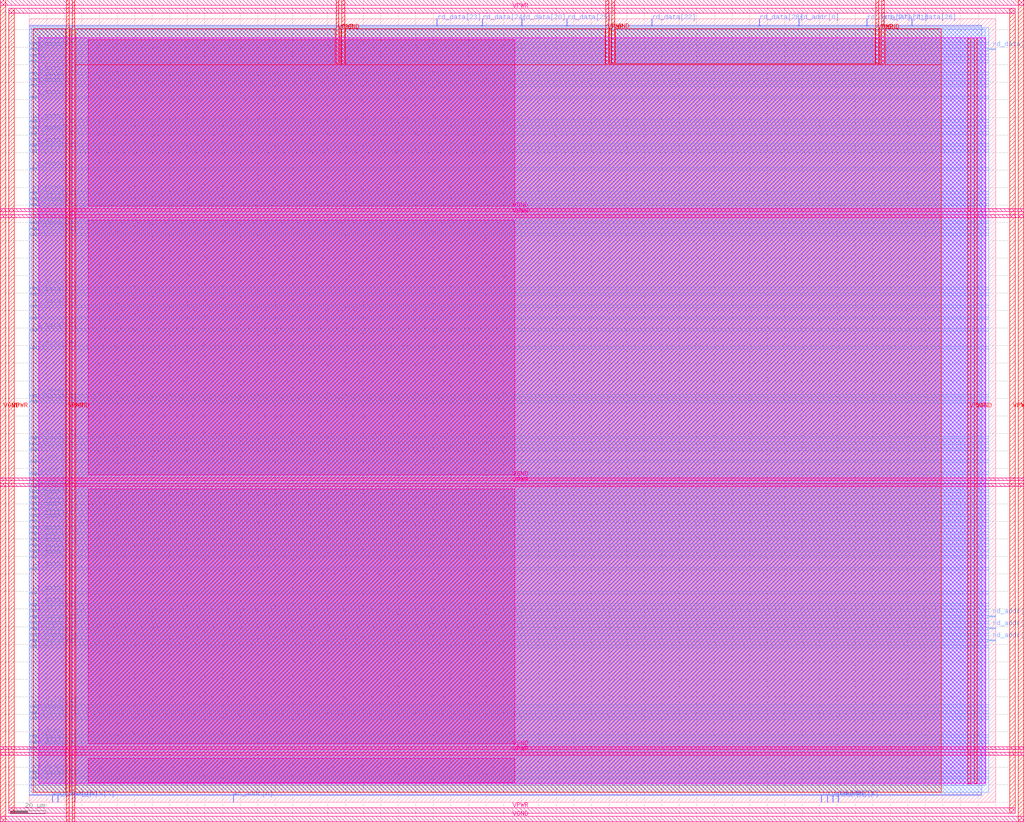
<source format=lef>
VERSION 5.7 ;
  NOWIREEXTENSIONATPIN ON ;
  DIVIDERCHAR "/" ;
  BUSBITCHARS "[]" ;
MACRO BlockRAM_1KB
  CLASS BLOCK ;
  FOREIGN BlockRAM_1KB ;
  ORIGIN 0.000 0.000 ;
  SIZE 550.000 BY 446.230 ;
  PIN C0
    DIRECTION INPUT ;
    USE SIGNAL ;
    ANTENNAGATEAREA 0.159000 ;
    PORT
      LAYER met3 ;
        RECT 0.000 183.640 4.000 184.240 ;
    END
  END C0
  PIN C1
    DIRECTION INPUT ;
    USE SIGNAL ;
    ANTENNAGATEAREA 0.159000 ;
    PORT
      LAYER met3 ;
        RECT 0.000 156.440 4.000 157.040 ;
    END
  END C1
  PIN C2
    DIRECTION INPUT ;
    USE SIGNAL ;
    ANTENNAGATEAREA 0.126000 ;
    PORT
      LAYER met3 ;
        RECT 0.000 275.440 4.000 276.040 ;
    END
  END C2
  PIN C3
    DIRECTION INPUT ;
    USE SIGNAL ;
    ANTENNAGATEAREA 0.213000 ;
    PORT
      LAYER met3 ;
        RECT 0.000 384.240 4.000 384.840 ;
    END
  END C3
  PIN C4
    DIRECTION INPUT ;
    USE SIGNAL ;
    ANTENNAGATEAREA 0.196500 ;
    PORT
      LAYER met3 ;
        RECT 0.000 105.440 4.000 106.040 ;
    END
  END C4
  PIN C5
    DIRECTION INPUT ;
    USE SIGNAL ;
    ANTENNAGATEAREA 0.213000 ;
    PORT
      LAYER met3 ;
        RECT 0.000 425.040 4.000 425.640 ;
    END
  END C5
  PIN VGND
    DIRECTION INOUT ;
    USE GROUND ;
    PORT
      LAYER met4 ;
        RECT -16.380 -11.020 -13.280 457.100 ;
    END
    PORT
      LAYER met5 ;
        RECT -16.380 -11.020 566.080 -7.920 ;
    END
    PORT
      LAYER met5 ;
        RECT -16.380 454.000 566.080 457.100 ;
    END
    PORT
      LAYER met4 ;
        RECT 562.980 -11.020 566.080 457.100 ;
    END
    PORT
      LAYER met4 ;
        RECT 24.340 -11.020 25.940 457.100 ;
    END
    PORT
      LAYER met4 ;
        RECT 177.940 420.480 179.540 457.100 ;
    END
    PORT
      LAYER met4 ;
        RECT 331.540 421.100 333.140 457.100 ;
    END
    PORT
      LAYER met4 ;
        RECT 485.140 420.480 486.740 457.100 ;
    END
    PORT
      LAYER met5 ;
        RECT -16.380 30.030 566.080 31.630 ;
    END
    PORT
      LAYER met5 ;
        RECT -16.380 183.210 566.080 184.810 ;
    END
    PORT
      LAYER met5 ;
        RECT -16.380 336.390 566.080 337.990 ;
    END
    PORT
      LAYER met4 ;
        RECT 537.860 10.640 539.460 435.440 ;
    END
  END VGND
  PIN VPWR
    DIRECTION INOUT ;
    USE POWER ;
    PORT
      LAYER met4 ;
        RECT -11.580 -6.220 -8.480 452.300 ;
    END
    PORT
      LAYER met5 ;
        RECT -11.580 -6.220 561.280 -3.120 ;
    END
    PORT
      LAYER met5 ;
        RECT -11.580 449.200 561.280 452.300 ;
    END
    PORT
      LAYER met4 ;
        RECT 558.180 -6.220 561.280 452.300 ;
    END
    PORT
      LAYER met4 ;
        RECT 21.040 -11.020 22.640 457.100 ;
    END
    PORT
      LAYER met4 ;
        RECT 174.640 420.480 176.240 457.100 ;
    END
    PORT
      LAYER met4 ;
        RECT 328.240 420.480 329.840 457.100 ;
    END
    PORT
      LAYER met4 ;
        RECT 481.840 420.480 483.440 457.100 ;
    END
    PORT
      LAYER met5 ;
        RECT -16.380 26.730 566.080 28.330 ;
    END
    PORT
      LAYER met5 ;
        RECT -16.380 179.910 566.080 181.510 ;
    END
    PORT
      LAYER met5 ;
        RECT -16.380 333.090 566.080 334.690 ;
    END
    PORT
      LAYER met4 ;
        RECT 534.180 10.640 535.780 435.440 ;
    END
  END VPWR
  PIN clk
    DIRECTION INPUT ;
    USE SIGNAL ;
    ANTENNAGATEAREA 0.852000 ;
    PORT
      LAYER met3 ;
        RECT 0.000 421.640 4.000 422.240 ;
    END
  END clk
  PIN rd_addr[0]
    DIRECTION INPUT ;
    USE SIGNAL ;
    PORT
      LAYER met2 ;
        RECT 438.010 442.230 438.290 446.230 ;
    END
  END rd_addr[0]
  PIN rd_addr[1]
    DIRECTION INPUT ;
    USE SIGNAL ;
    PORT
      LAYER met3 ;
        RECT 546.000 105.440 550.000 106.040 ;
    END
  END rd_addr[1]
  PIN rd_addr[2]
    DIRECTION INPUT ;
    USE SIGNAL ;
    PORT
      LAYER met3 ;
        RECT 546.000 98.640 550.000 99.240 ;
    END
  END rd_addr[2]
  PIN rd_addr[3]
    DIRECTION INPUT ;
    USE SIGNAL ;
    PORT
      LAYER met3 ;
        RECT 546.000 91.840 550.000 92.440 ;
    END
  END rd_addr[3]
  PIN rd_addr[4]
    DIRECTION INPUT ;
    USE SIGNAL ;
    PORT
      LAYER met2 ;
        RECT 460.550 0.000 460.830 4.000 ;
    END
  END rd_addr[4]
  PIN rd_addr[5]
    DIRECTION INPUT ;
    USE SIGNAL ;
    PORT
      LAYER met2 ;
        RECT 450.890 0.000 451.170 4.000 ;
    END
  END rd_addr[5]
  PIN rd_addr[6]
    DIRECTION INPUT ;
    USE SIGNAL ;
    PORT
      LAYER met2 ;
        RECT 454.110 0.000 454.390 4.000 ;
    END
  END rd_addr[6]
  PIN rd_addr[7]
    DIRECTION INPUT ;
    USE SIGNAL ;
    PORT
      LAYER met2 ;
        RECT 457.330 0.000 457.610 4.000 ;
    END
  END rd_addr[7]
  PIN rd_data[0]
    DIRECTION OUTPUT ;
    USE SIGNAL ;
    ANTENNADIFFAREA 0.445500 ;
    PORT
      LAYER met3 ;
        RECT 0.000 360.440 4.000 361.040 ;
    END
  END rd_data[0]
  PIN rd_data[10]
    DIRECTION OUTPUT ;
    USE SIGNAL ;
    ANTENNADIFFAREA 0.445500 ;
    PORT
      LAYER met3 ;
        RECT 0.000 329.840 4.000 330.440 ;
    END
  END rd_data[10]
  PIN rd_data[11]
    DIRECTION OUTPUT ;
    USE SIGNAL ;
    ANTENNADIFFAREA 0.445500 ;
    PORT
      LAYER met3 ;
        RECT 0.000 343.440 4.000 344.040 ;
    END
  END rd_data[11]
  PIN rd_data[12]
    DIRECTION OUTPUT ;
    USE SIGNAL ;
    ANTENNADIFFAREA 0.445500 ;
    PORT
      LAYER met3 ;
        RECT 0.000 414.840 4.000 415.440 ;
    END
  END rd_data[12]
  PIN rd_data[13]
    DIRECTION OUTPUT ;
    USE SIGNAL ;
    ANTENNADIFFAREA 0.445500 ;
    PORT
      LAYER met3 ;
        RECT 0.000 289.040 4.000 289.640 ;
    END
  END rd_data[13]
  PIN rd_data[14]
    DIRECTION OUTPUT ;
    USE SIGNAL ;
    ANTENNADIFFAREA 0.445500 ;
    PORT
      LAYER met3 ;
        RECT 0.000 258.440 4.000 259.040 ;
    END
  END rd_data[14]
  PIN rd_data[15]
    DIRECTION OUTPUT ;
    USE SIGNAL ;
    ANTENNADIFFAREA 0.445500 ;
    PORT
      LAYER met3 ;
        RECT 0.000 207.440 4.000 208.040 ;
    END
  END rd_data[15]
  PIN rd_data[16]
    DIRECTION OUTPUT ;
    USE SIGNAL ;
    ANTENNADIFFAREA 0.445500 ;
    PORT
      LAYER met3 ;
        RECT 0.000 51.040 4.000 51.640 ;
    END
  END rd_data[16]
  PIN rd_data[17]
    DIRECTION OUTPUT ;
    USE SIGNAL ;
    ANTENNADIFFAREA 0.445500 ;
    PORT
      LAYER met3 ;
        RECT 0.000 268.640 4.000 269.240 ;
    END
  END rd_data[17]
  PIN rd_data[18]
    DIRECTION OUTPUT ;
    USE SIGNAL ;
    ANTENNADIFFAREA 0.445500 ;
    PORT
      LAYER met3 ;
        RECT 0.000 431.840 4.000 432.440 ;
    END
  END rd_data[18]
  PIN rd_data[19]
    DIRECTION OUTPUT ;
    USE SIGNAL ;
    ANTENNADIFFAREA 0.445500 ;
    PORT
      LAYER met3 ;
        RECT 0.000 292.440 4.000 293.040 ;
    END
  END rd_data[19]
  PIN rd_data[1]
    DIRECTION OUTPUT ;
    USE SIGNAL ;
    ANTENNADIFFAREA 0.445500 ;
    PORT
      LAYER met3 ;
        RECT 0.000 408.040 4.000 408.640 ;
    END
  END rd_data[1]
  PIN rd_data[20]
    DIRECTION OUTPUT ;
    USE SIGNAL ;
    ANTENNADIFFAREA 0.795200 ;
    PORT
      LAYER met2 ;
        RECT 280.230 442.230 280.510 446.230 ;
    END
  END rd_data[20]
  PIN rd_data[21]
    DIRECTION OUTPUT ;
    USE SIGNAL ;
    ANTENNADIFFAREA 0.795200 ;
    PORT
      LAYER met2 ;
        RECT 486.310 442.230 486.590 446.230 ;
    END
  END rd_data[21]
  PIN rd_data[22]
    DIRECTION OUTPUT ;
    USE SIGNAL ;
    ANTENNADIFFAREA 0.795200 ;
    PORT
      LAYER met2 ;
        RECT 354.290 442.230 354.570 446.230 ;
    END
  END rd_data[22]
  PIN rd_data[23]
    DIRECTION OUTPUT ;
    USE SIGNAL ;
    ANTENNADIFFAREA 0.795200 ;
    PORT
      LAYER met2 ;
        RECT 231.930 442.230 232.210 446.230 ;
    END
  END rd_data[23]
  PIN rd_data[24]
    DIRECTION OUTPUT ;
    USE SIGNAL ;
    ANTENNADIFFAREA 0.795200 ;
    PORT
      LAYER met2 ;
        RECT 257.690 442.230 257.970 446.230 ;
    END
  END rd_data[24]
  PIN rd_data[25]
    DIRECTION OUTPUT ;
    USE SIGNAL ;
    ANTENNADIFFAREA 0.795200 ;
    PORT
      LAYER met2 ;
        RECT 305.990 442.230 306.270 446.230 ;
    END
  END rd_data[25]
  PIN rd_data[26]
    DIRECTION OUTPUT ;
    USE SIGNAL ;
    ANTENNADIFFAREA 0.795200 ;
    PORT
      LAYER met2 ;
        RECT 502.410 442.230 502.690 446.230 ;
    END
  END rd_data[26]
  PIN rd_data[27]
    DIRECTION OUTPUT ;
    USE SIGNAL ;
    ANTENNADIFFAREA 0.795200 ;
    PORT
      LAYER met2 ;
        RECT 476.650 442.230 476.930 446.230 ;
    END
  END rd_data[27]
  PIN rd_data[28]
    DIRECTION OUTPUT ;
    USE SIGNAL ;
    ANTENNADIFFAREA 0.795200 ;
    PORT
      LAYER met2 ;
        RECT 415.470 442.230 415.750 446.230 ;
    END
  END rd_data[28]
  PIN rd_data[29]
    DIRECTION OUTPUT ;
    USE SIGNAL ;
    ANTENNADIFFAREA 0.445500 ;
    PORT
      LAYER met3 ;
        RECT 546.000 428.440 550.000 429.040 ;
    END
  END rd_data[29]
  PIN rd_data[2]
    DIRECTION OUTPUT ;
    USE SIGNAL ;
    ANTENNADIFFAREA 0.445500 ;
    PORT
      LAYER met3 ;
        RECT 0.000 411.440 4.000 412.040 ;
    END
  END rd_data[2]
  PIN rd_data[30]
    DIRECTION OUTPUT ;
    USE SIGNAL ;
    ANTENNADIFFAREA 0.445500 ;
    PORT
      LAYER met3 ;
        RECT 0.000 326.440 4.000 327.040 ;
    END
  END rd_data[30]
  PIN rd_data[31]
    DIRECTION OUTPUT ;
    USE SIGNAL ;
    ANTENNADIFFAREA 0.445500 ;
    PORT
      LAYER met3 ;
        RECT 0.000 370.640 4.000 371.240 ;
    END
  END rd_data[31]
  PIN rd_data[3]
    DIRECTION OUTPUT ;
    USE SIGNAL ;
    ANTENNADIFFAREA 0.445500 ;
    PORT
      LAYER met3 ;
        RECT 0.000 401.240 4.000 401.840 ;
    END
  END rd_data[3]
  PIN rd_data[4]
    DIRECTION OUTPUT ;
    USE SIGNAL ;
    ANTENNADIFFAREA 0.445500 ;
    PORT
      LAYER met3 ;
        RECT 0.000 374.040 4.000 374.640 ;
    END
  END rd_data[4]
  PIN rd_data[5]
    DIRECTION OUTPUT ;
    USE SIGNAL ;
    ANTENNADIFFAREA 0.445500 ;
    PORT
      LAYER met3 ;
        RECT 0.000 346.840 4.000 347.440 ;
    END
  END rd_data[5]
  PIN rd_data[6]
    DIRECTION OUTPUT ;
    USE SIGNAL ;
    ANTENNADIFFAREA 0.445500 ;
    PORT
      LAYER met3 ;
        RECT 0.000 428.440 4.000 429.040 ;
    END
  END rd_data[6]
  PIN rd_data[7]
    DIRECTION OUTPUT ;
    USE SIGNAL ;
    ANTENNADIFFAREA 0.445500 ;
    PORT
      LAYER met3 ;
        RECT 0.000 17.040 4.000 17.640 ;
    END
  END rd_data[7]
  PIN rd_data[8]
    DIRECTION OUTPUT ;
    USE SIGNAL ;
    ANTENNADIFFAREA 0.445500 ;
    PORT
      LAYER met3 ;
        RECT 0.000 340.040 4.000 340.640 ;
    END
  END rd_data[8]
  PIN rd_data[9]
    DIRECTION OUTPUT ;
    USE SIGNAL ;
    ANTENNADIFFAREA 0.445500 ;
    PORT
      LAYER met3 ;
        RECT 0.000 231.240 4.000 231.840 ;
    END
  END rd_data[9]
  PIN wr_addr[0]
    DIRECTION INPUT ;
    USE SIGNAL ;
    PORT
      LAYER met2 ;
        RECT 116.010 0.000 116.290 4.000 ;
    END
  END wr_addr[0]
  PIN wr_addr[1]
    DIRECTION INPUT ;
    USE SIGNAL ;
    PORT
      LAYER met3 ;
        RECT 0.000 149.640 4.000 150.240 ;
    END
  END wr_addr[1]
  PIN wr_addr[2]
    DIRECTION INPUT ;
    USE SIGNAL ;
    PORT
      LAYER met3 ;
        RECT 0.000 159.840 4.000 160.440 ;
    END
  END wr_addr[2]
  PIN wr_addr[3]
    DIRECTION INPUT ;
    USE SIGNAL ;
    PORT
      LAYER met3 ;
        RECT 0.000 166.640 4.000 167.240 ;
    END
  END wr_addr[3]
  PIN wr_addr[4]
    DIRECTION INPUT ;
    USE SIGNAL ;
    PORT
      LAYER met3 ;
        RECT 0.000 173.440 4.000 174.040 ;
    END
  END wr_addr[4]
  PIN wr_addr[5]
    DIRECTION INPUT ;
    USE SIGNAL ;
    PORT
      LAYER met3 ;
        RECT 0.000 180.240 4.000 180.840 ;
    END
  END wr_addr[5]
  PIN wr_addr[6]
    DIRECTION INPUT ;
    USE SIGNAL ;
    PORT
      LAYER met3 ;
        RECT 0.000 187.040 4.000 187.640 ;
    END
  END wr_addr[6]
  PIN wr_addr[7]
    DIRECTION INPUT ;
    USE SIGNAL ;
    PORT
      LAYER met3 ;
        RECT 0.000 193.840 4.000 194.440 ;
    END
  END wr_addr[7]
  PIN wr_data[0]
    DIRECTION INPUT ;
    USE SIGNAL ;
    ANTENNAGATEAREA 0.159000 ;
    PORT
      LAYER met3 ;
        RECT 0.000 200.640 4.000 201.240 ;
    END
  END wr_data[0]
  PIN wr_data[10]
    DIRECTION INPUT ;
    USE SIGNAL ;
    ANTENNAGATEAREA 0.196500 ;
    PORT
      LAYER met3 ;
        RECT 0.000 102.040 4.000 102.640 ;
    END
  END wr_data[10]
  PIN wr_data[11]
    DIRECTION INPUT ;
    USE SIGNAL ;
    ANTENNAGATEAREA 0.196500 ;
    PORT
      LAYER met3 ;
        RECT 0.000 37.440 4.000 38.040 ;
    END
  END wr_data[11]
  PIN wr_data[12]
    DIRECTION INPUT ;
    USE SIGNAL ;
    ANTENNAGATEAREA 0.196500 ;
    PORT
      LAYER met3 ;
        RECT 0.000 47.640 4.000 48.240 ;
    END
  END wr_data[12]
  PIN wr_data[13]
    DIRECTION INPUT ;
    USE SIGNAL ;
    ANTENNAGATEAREA 0.196500 ;
    PORT
      LAYER met3 ;
        RECT 0.000 30.640 4.000 31.240 ;
    END
  END wr_data[13]
  PIN wr_data[14]
    DIRECTION INPUT ;
    USE SIGNAL ;
    ANTENNAGATEAREA 0.196500 ;
    PORT
      LAYER met3 ;
        RECT 0.000 54.440 4.000 55.040 ;
    END
  END wr_data[14]
  PIN wr_data[15]
    DIRECTION INPUT ;
    USE SIGNAL ;
    ANTENNAGATEAREA 0.196500 ;
    PORT
      LAYER met3 ;
        RECT 0.000 153.040 4.000 153.640 ;
    END
  END wr_data[15]
  PIN wr_data[16]
    DIRECTION INPUT ;
    USE SIGNAL ;
    ANTENNAGATEAREA 0.159000 ;
    PORT
      LAYER met3 ;
        RECT 0.000 163.240 4.000 163.840 ;
    END
  END wr_data[16]
  PIN wr_data[17]
    DIRECTION INPUT ;
    USE SIGNAL ;
    ANTENNAGATEAREA 0.213000 ;
    PORT
      LAYER met3 ;
        RECT 0.000 282.240 4.000 282.840 ;
    END
  END wr_data[17]
  PIN wr_data[18]
    DIRECTION INPUT ;
    USE SIGNAL ;
    ANTENNAGATEAREA 0.196500 ;
    PORT
      LAYER met3 ;
        RECT 0.000 34.040 4.000 34.640 ;
    END
  END wr_data[18]
  PIN wr_data[19]
    DIRECTION INPUT ;
    USE SIGNAL ;
    ANTENNAGATEAREA 0.196500 ;
    PORT
      LAYER met3 ;
        RECT 0.000 91.840 4.000 92.440 ;
    END
  END wr_data[19]
  PIN wr_data[1]
    DIRECTION INPUT ;
    USE SIGNAL ;
    ANTENNAGATEAREA 0.213000 ;
    PORT
      LAYER met3 ;
        RECT 0.000 380.840 4.000 381.440 ;
    END
  END wr_data[1]
  PIN wr_data[20]
    DIRECTION INPUT ;
    USE SIGNAL ;
    ANTENNAGATEAREA 0.196500 ;
    PORT
      LAYER met3 ;
        RECT 0.000 98.640 4.000 99.240 ;
    END
  END wr_data[20]
  PIN wr_data[21]
    DIRECTION INPUT ;
    USE SIGNAL ;
    ANTENNAGATEAREA 0.196500 ;
    PORT
      LAYER met3 ;
        RECT 0.000 170.040 4.000 170.640 ;
    END
  END wr_data[21]
  PIN wr_data[22]
    DIRECTION INPUT ;
    USE SIGNAL ;
    ANTENNAGATEAREA 0.196500 ;
    PORT
      LAYER met3 ;
        RECT 0.000 88.440 4.000 89.040 ;
    END
  END wr_data[22]
  PIN wr_data[23]
    DIRECTION INPUT ;
    USE SIGNAL ;
    ANTENNAGATEAREA 0.196500 ;
    PORT
      LAYER met3 ;
        RECT 0.000 146.240 4.000 146.840 ;
    END
  END wr_data[23]
  PIN wr_data[24]
    DIRECTION INPUT ;
    USE SIGNAL ;
    ANTENNAGATEAREA 0.213000 ;
    PORT
      LAYER met3 ;
        RECT 0.000 323.040 4.000 323.640 ;
    END
  END wr_data[24]
  PIN wr_data[25]
    DIRECTION INPUT ;
    USE SIGNAL ;
    ANTENNAGATEAREA 0.196500 ;
    PORT
      LAYER met3 ;
        RECT 0.000 227.840 4.000 228.440 ;
    END
  END wr_data[25]
  PIN wr_data[26]
    DIRECTION INPUT ;
    USE SIGNAL ;
    ANTENNAGATEAREA 0.196500 ;
    PORT
      LAYER met3 ;
        RECT 0.000 119.040 4.000 119.640 ;
    END
  END wr_data[26]
  PIN wr_data[27]
    DIRECTION INPUT ;
    USE SIGNAL ;
    ANTENNAGATEAREA 0.196500 ;
    PORT
      LAYER met3 ;
        RECT 0.000 13.640 4.000 14.240 ;
    END
  END wr_data[27]
  PIN wr_data[28]
    DIRECTION INPUT ;
    USE SIGNAL ;
    ANTENNAGATEAREA 0.196500 ;
    PORT
      LAYER met3 ;
        RECT 0.000 108.840 4.000 109.440 ;
    END
  END wr_data[28]
  PIN wr_data[29]
    DIRECTION INPUT ;
    USE SIGNAL ;
    ANTENNAGATEAREA 0.196500 ;
    PORT
      LAYER met3 ;
        RECT 0.000 132.640 4.000 133.240 ;
    END
  END wr_data[29]
  PIN wr_data[2]
    DIRECTION INPUT ;
    USE SIGNAL ;
    ANTENNAGATEAREA 0.213000 ;
    PORT
      LAYER met3 ;
        RECT 0.000 95.240 4.000 95.840 ;
    END
  END wr_data[2]
  PIN wr_data[30]
    DIRECTION INPUT ;
    USE SIGNAL ;
    ANTENNAGATEAREA 0.196500 ;
    PORT
      LAYER met3 ;
        RECT 0.000 112.240 4.000 112.840 ;
    END
  END wr_data[30]
  PIN wr_data[31]
    DIRECTION INPUT ;
    USE SIGNAL ;
    ANTENNAGATEAREA 0.196500 ;
    PORT
      LAYER met3 ;
        RECT 0.000 176.840 4.000 177.440 ;
    END
  END wr_data[31]
  PIN wr_data[3]
    DIRECTION INPUT ;
    USE SIGNAL ;
    ANTENNAGATEAREA 0.213000 ;
    PORT
      LAYER met2 ;
        RECT 25.850 0.000 26.130 4.000 ;
    END
  END wr_data[3]
  PIN wr_data[4]
    DIRECTION INPUT ;
    USE SIGNAL ;
    ANTENNAGATEAREA 0.213000 ;
    PORT
      LAYER met2 ;
        RECT 12.970 0.000 13.250 4.000 ;
    END
  END wr_data[4]
  PIN wr_data[5]
    DIRECTION INPUT ;
    USE SIGNAL ;
    ANTENNAGATEAREA 0.159000 ;
    PORT
      LAYER met3 ;
        RECT 0.000 142.840 4.000 143.440 ;
    END
  END wr_data[5]
  PIN wr_data[6]
    DIRECTION INPUT ;
    USE SIGNAL ;
    ANTENNAGATEAREA 0.213000 ;
    PORT
      LAYER met2 ;
        RECT 16.190 0.000 16.470 4.000 ;
    END
  END wr_data[6]
  PIN wr_data[7]
    DIRECTION INPUT ;
    USE SIGNAL ;
    ANTENNAGATEAREA 0.159000 ;
    PORT
      LAYER met3 ;
        RECT 0.000 139.440 4.000 140.040 ;
    END
  END wr_data[7]
  PIN wr_data[8]
    DIRECTION INPUT ;
    USE SIGNAL ;
    ANTENNAGATEAREA 0.196500 ;
    PORT
      LAYER met3 ;
        RECT 0.000 204.040 4.000 204.640 ;
    END
  END wr_data[8]
  PIN wr_data[9]
    DIRECTION INPUT ;
    USE SIGNAL ;
    ANTENNAGATEAREA 0.196500 ;
    PORT
      LAYER met3 ;
        RECT 0.000 387.640 4.000 388.240 ;
    END
  END wr_data[9]
  OBS
      LAYER nwell ;
        RECT 5.330 10.795 544.370 435.285 ;
      LAYER li1 ;
        RECT 5.520 10.795 544.180 435.285 ;
      LAYER met1 ;
        RECT 0.070 9.560 544.180 440.260 ;
      LAYER met2 ;
        RECT 0.100 441.950 231.650 442.410 ;
        RECT 232.490 441.950 257.410 442.410 ;
        RECT 258.250 441.950 279.950 442.410 ;
        RECT 280.790 441.950 305.710 442.410 ;
        RECT 306.550 441.950 354.010 442.410 ;
        RECT 354.850 441.950 415.190 442.410 ;
        RECT 416.030 441.950 437.730 442.410 ;
        RECT 438.570 441.950 476.370 442.410 ;
        RECT 477.210 441.950 486.030 442.410 ;
        RECT 486.870 441.950 502.130 442.410 ;
        RECT 502.970 441.950 542.250 442.410 ;
        RECT 0.100 4.280 542.250 441.950 ;
        RECT 0.100 4.000 12.690 4.280 ;
        RECT 13.530 4.000 15.910 4.280 ;
        RECT 16.750 4.000 25.570 4.280 ;
        RECT 26.410 4.000 115.730 4.280 ;
        RECT 116.570 4.000 450.610 4.280 ;
        RECT 451.450 4.000 453.830 4.280 ;
        RECT 454.670 4.000 457.050 4.280 ;
        RECT 457.890 4.000 460.270 4.280 ;
        RECT 461.110 4.000 542.250 4.280 ;
      LAYER met3 ;
        RECT 1.445 432.840 546.000 441.145 ;
        RECT 4.400 431.440 546.000 432.840 ;
        RECT 1.445 429.440 546.000 431.440 ;
        RECT 4.400 428.040 545.600 429.440 ;
        RECT 1.445 426.040 546.000 428.040 ;
        RECT 4.400 424.640 546.000 426.040 ;
        RECT 1.445 422.640 546.000 424.640 ;
        RECT 4.400 421.240 546.000 422.640 ;
        RECT 1.445 415.840 546.000 421.240 ;
        RECT 4.400 414.440 546.000 415.840 ;
        RECT 1.445 412.440 546.000 414.440 ;
        RECT 4.400 411.040 546.000 412.440 ;
        RECT 1.445 409.040 546.000 411.040 ;
        RECT 4.400 407.640 546.000 409.040 ;
        RECT 1.445 402.240 546.000 407.640 ;
        RECT 4.400 400.840 546.000 402.240 ;
        RECT 1.445 388.640 546.000 400.840 ;
        RECT 4.400 387.240 546.000 388.640 ;
        RECT 1.445 385.240 546.000 387.240 ;
        RECT 4.400 383.840 546.000 385.240 ;
        RECT 1.445 381.840 546.000 383.840 ;
        RECT 4.400 380.440 546.000 381.840 ;
        RECT 1.445 375.040 546.000 380.440 ;
        RECT 4.400 373.640 546.000 375.040 ;
        RECT 1.445 371.640 546.000 373.640 ;
        RECT 4.400 370.240 546.000 371.640 ;
        RECT 1.445 361.440 546.000 370.240 ;
        RECT 4.400 360.040 546.000 361.440 ;
        RECT 1.445 347.840 546.000 360.040 ;
        RECT 4.400 346.440 546.000 347.840 ;
        RECT 1.445 344.440 546.000 346.440 ;
        RECT 4.400 343.040 546.000 344.440 ;
        RECT 1.445 341.040 546.000 343.040 ;
        RECT 4.400 339.640 546.000 341.040 ;
        RECT 1.445 330.840 546.000 339.640 ;
        RECT 4.400 329.440 546.000 330.840 ;
        RECT 1.445 327.440 546.000 329.440 ;
        RECT 4.400 326.040 546.000 327.440 ;
        RECT 1.445 324.040 546.000 326.040 ;
        RECT 4.400 322.640 546.000 324.040 ;
        RECT 1.445 293.440 546.000 322.640 ;
        RECT 4.400 292.040 546.000 293.440 ;
        RECT 1.445 290.040 546.000 292.040 ;
        RECT 4.400 288.640 546.000 290.040 ;
        RECT 1.445 283.240 546.000 288.640 ;
        RECT 4.400 281.840 546.000 283.240 ;
        RECT 1.445 276.440 546.000 281.840 ;
        RECT 4.400 275.040 546.000 276.440 ;
        RECT 1.445 269.640 546.000 275.040 ;
        RECT 4.400 268.240 546.000 269.640 ;
        RECT 1.445 259.440 546.000 268.240 ;
        RECT 4.400 258.040 546.000 259.440 ;
        RECT 1.445 232.240 546.000 258.040 ;
        RECT 4.400 230.840 546.000 232.240 ;
        RECT 1.445 228.840 546.000 230.840 ;
        RECT 4.400 227.440 546.000 228.840 ;
        RECT 1.445 208.440 546.000 227.440 ;
        RECT 4.400 207.040 546.000 208.440 ;
        RECT 1.445 205.040 546.000 207.040 ;
        RECT 4.400 203.640 546.000 205.040 ;
        RECT 1.445 201.640 546.000 203.640 ;
        RECT 4.400 200.240 546.000 201.640 ;
        RECT 1.445 194.840 546.000 200.240 ;
        RECT 4.400 193.440 546.000 194.840 ;
        RECT 1.445 188.040 546.000 193.440 ;
        RECT 4.400 186.640 546.000 188.040 ;
        RECT 1.445 184.640 546.000 186.640 ;
        RECT 4.400 183.240 546.000 184.640 ;
        RECT 1.445 181.240 546.000 183.240 ;
        RECT 4.400 179.840 546.000 181.240 ;
        RECT 1.445 177.840 546.000 179.840 ;
        RECT 4.400 176.440 546.000 177.840 ;
        RECT 1.445 174.440 546.000 176.440 ;
        RECT 4.400 173.040 546.000 174.440 ;
        RECT 1.445 171.040 546.000 173.040 ;
        RECT 4.400 169.640 546.000 171.040 ;
        RECT 1.445 167.640 546.000 169.640 ;
        RECT 4.400 166.240 546.000 167.640 ;
        RECT 1.445 164.240 546.000 166.240 ;
        RECT 4.400 162.840 546.000 164.240 ;
        RECT 1.445 160.840 546.000 162.840 ;
        RECT 4.400 159.440 546.000 160.840 ;
        RECT 1.445 157.440 546.000 159.440 ;
        RECT 4.400 156.040 546.000 157.440 ;
        RECT 1.445 154.040 546.000 156.040 ;
        RECT 4.400 152.640 546.000 154.040 ;
        RECT 1.445 150.640 546.000 152.640 ;
        RECT 4.400 149.240 546.000 150.640 ;
        RECT 1.445 147.240 546.000 149.240 ;
        RECT 4.400 145.840 546.000 147.240 ;
        RECT 1.445 143.840 546.000 145.840 ;
        RECT 4.400 142.440 546.000 143.840 ;
        RECT 1.445 140.440 546.000 142.440 ;
        RECT 4.400 139.040 546.000 140.440 ;
        RECT 1.445 133.640 546.000 139.040 ;
        RECT 4.400 132.240 546.000 133.640 ;
        RECT 1.445 120.040 546.000 132.240 ;
        RECT 4.400 118.640 546.000 120.040 ;
        RECT 1.445 113.240 546.000 118.640 ;
        RECT 4.400 111.840 546.000 113.240 ;
        RECT 1.445 109.840 546.000 111.840 ;
        RECT 4.400 108.440 546.000 109.840 ;
        RECT 1.445 106.440 546.000 108.440 ;
        RECT 4.400 105.040 545.600 106.440 ;
        RECT 1.445 103.040 546.000 105.040 ;
        RECT 4.400 101.640 546.000 103.040 ;
        RECT 1.445 99.640 546.000 101.640 ;
        RECT 4.400 98.240 545.600 99.640 ;
        RECT 1.445 96.240 546.000 98.240 ;
        RECT 4.400 94.840 546.000 96.240 ;
        RECT 1.445 92.840 546.000 94.840 ;
        RECT 4.400 91.440 545.600 92.840 ;
        RECT 1.445 89.440 546.000 91.440 ;
        RECT 4.400 88.040 546.000 89.440 ;
        RECT 1.445 55.440 546.000 88.040 ;
        RECT 4.400 54.040 546.000 55.440 ;
        RECT 1.445 52.040 546.000 54.040 ;
        RECT 4.400 50.640 546.000 52.040 ;
        RECT 1.445 48.640 546.000 50.640 ;
        RECT 4.400 47.240 546.000 48.640 ;
        RECT 1.445 38.440 546.000 47.240 ;
        RECT 4.400 37.040 546.000 38.440 ;
        RECT 1.445 35.040 546.000 37.040 ;
        RECT 4.400 33.640 546.000 35.040 ;
        RECT 1.445 31.640 546.000 33.640 ;
        RECT 4.400 30.240 546.000 31.640 ;
        RECT 1.445 18.040 546.000 30.240 ;
        RECT 4.400 16.640 546.000 18.040 ;
        RECT 1.445 14.640 546.000 16.640 ;
        RECT 4.400 13.240 546.000 14.640 ;
        RECT 1.445 5.620 546.000 13.240 ;
      LAYER met4 ;
        RECT 2.135 5.615 20.640 440.465 ;
        RECT 23.040 5.615 23.940 440.465 ;
        RECT 26.340 420.080 174.240 440.465 ;
        RECT 176.640 420.080 177.540 440.465 ;
        RECT 179.940 420.080 327.840 440.465 ;
        RECT 330.240 420.700 331.140 440.465 ;
        RECT 333.540 420.700 481.440 440.465 ;
        RECT 330.240 420.080 481.440 420.700 ;
        RECT 483.840 420.080 484.740 440.465 ;
        RECT 487.140 420.080 519.160 440.465 ;
        RECT 26.340 5.615 519.160 420.080 ;
      LAYER met5 ;
        RECT 33.700 339.590 276.340 434.300 ;
        RECT 33.700 186.410 276.340 331.490 ;
        RECT 33.700 33.230 276.340 178.310 ;
        RECT 33.700 11.100 276.340 25.130 ;
  END
END BlockRAM_1KB
END LIBRARY


</source>
